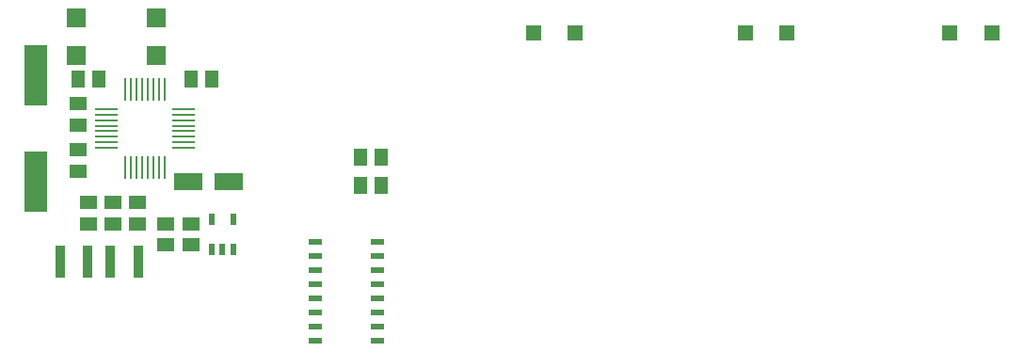
<source format=gbr>
G04 EAGLE Gerber RS-274X export*
G75*
%MOMM*%
%FSLAX34Y34*%
%LPD*%
%INSolderpaste Top*%
%IPPOS*%
%AMOC8*
5,1,8,0,0,1.08239X$1,22.5*%
G01*
%ADD10R,1.300000X1.500000*%
%ADD11R,1.500000X1.300000*%
%ADD12R,2.000000X5.500000*%
%ADD13R,0.280000X2.032000*%
%ADD14R,2.032000X0.280000*%
%ADD15R,0.900000X3.000000*%
%ADD16R,2.600000X1.600000*%
%ADD17R,1.200000X0.600000*%
%ADD18R,1.778000X1.778000*%
%ADD19R,1.778000X1.779000*%
%ADD20R,0.508000X0.977900*%
%ADD21R,1.400000X1.400000*%


D10*
X168300Y279400D03*
X187300Y279400D03*
X85700Y279400D03*
X66700Y279400D03*
D11*
X120650Y168250D03*
X120650Y149250D03*
X66675Y257150D03*
X66675Y238150D03*
X66675Y196875D03*
X66675Y215875D03*
D12*
X28575Y187450D03*
X28575Y282450D03*
D11*
X76200Y168250D03*
X76200Y149250D03*
X98425Y168250D03*
X98425Y149250D03*
D13*
X109500Y199992D03*
X114500Y199992D03*
X119500Y199992D03*
X124500Y199992D03*
X129500Y199992D03*
X134500Y199992D03*
X139500Y199992D03*
X144500Y199992D03*
D14*
X161958Y217450D03*
X161958Y222450D03*
X161958Y227450D03*
X161958Y232450D03*
X161958Y237450D03*
X161958Y242450D03*
X161958Y247450D03*
X161958Y252450D03*
D13*
X144500Y269908D03*
X139500Y269908D03*
X134500Y269908D03*
X129500Y269908D03*
X124500Y269908D03*
X119500Y269908D03*
X114500Y269908D03*
X109500Y269908D03*
D14*
X92042Y252450D03*
X92042Y247450D03*
X92042Y242450D03*
X92042Y237450D03*
X92042Y232450D03*
X92042Y227450D03*
X92042Y222450D03*
X92042Y217450D03*
D15*
X75725Y115145D03*
X50725Y115145D03*
X95725Y115145D03*
X120725Y115145D03*
D11*
X146050Y149200D03*
X146050Y130200D03*
X168275Y149200D03*
X168275Y130200D03*
D16*
X166150Y187325D03*
X202150Y187325D03*
D17*
X279975Y133350D03*
X279975Y120650D03*
X279975Y107950D03*
X279975Y95250D03*
X279975Y82550D03*
X279975Y69850D03*
X279975Y57150D03*
X279975Y44450D03*
X335975Y44450D03*
X335975Y57150D03*
X335975Y69850D03*
X335975Y82550D03*
X335975Y95250D03*
X335975Y107950D03*
X335975Y120650D03*
X335975Y133350D03*
D10*
X320700Y184150D03*
X339700Y184150D03*
X320700Y209550D03*
X339700Y209550D03*
D18*
X65600Y300500D03*
X137600Y300500D03*
D19*
X137600Y334500D03*
D18*
X65600Y334500D03*
D20*
X187350Y126048D03*
X196850Y126048D03*
X206350Y126048D03*
X206350Y153353D03*
X187350Y153353D03*
D21*
X514300Y320675D03*
X476300Y320675D03*
X704800Y320675D03*
X666800Y320675D03*
X888950Y320675D03*
X850950Y320675D03*
M02*

</source>
